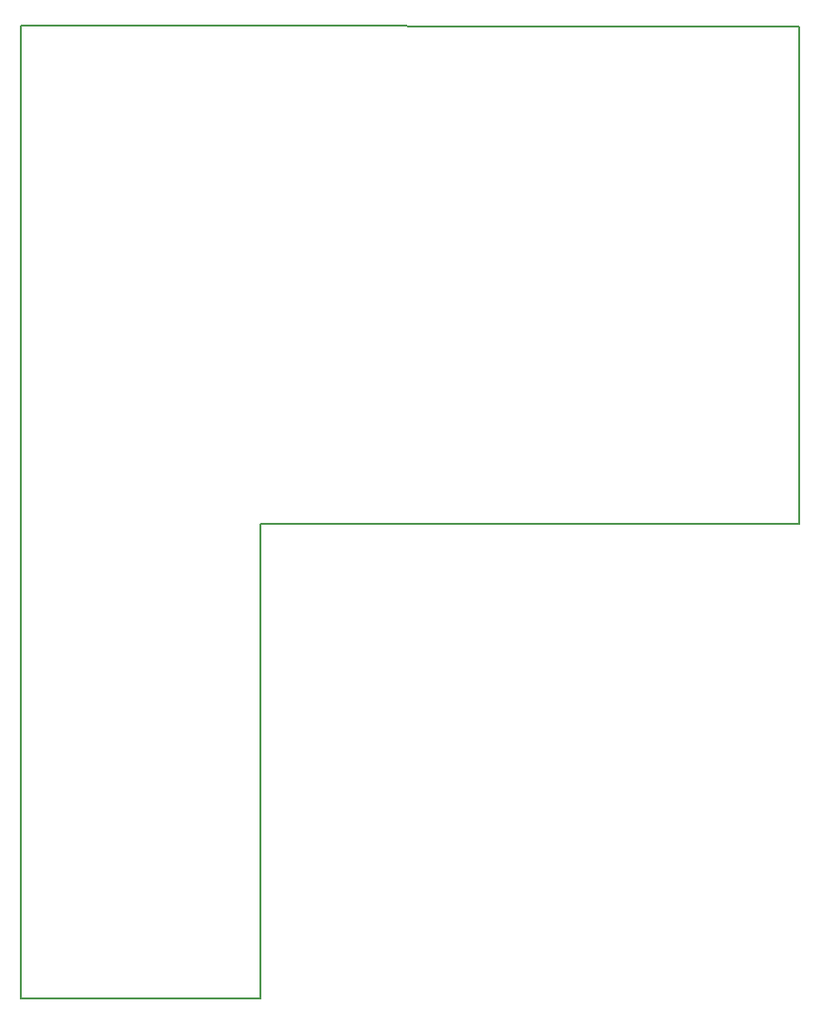
<source format=gm1>
G04 #@! TF.GenerationSoftware,KiCad,Pcbnew,(6.0.5)*
G04 #@! TF.CreationDate,2022-12-14T22:29:40+01:00*
G04 #@! TF.ProjectId,Link232-wifi,4c696e6b-3233-4322-9d77-6966692e6b69,rev?*
G04 #@! TF.SameCoordinates,Original*
G04 #@! TF.FileFunction,Profile,NP*
%FSLAX46Y46*%
G04 Gerber Fmt 4.6, Leading zero omitted, Abs format (unit mm)*
G04 Created by KiCad (PCBNEW (6.0.5)) date 2022-12-14 22:29:40*
%MOMM*%
%LPD*%
G01*
G04 APERTURE LIST*
G04 #@! TA.AperFunction,Profile*
%ADD10C,0.152400*%
G04 #@! TD*
G04 APERTURE END LIST*
D10*
X116251100Y-61503600D02*
X116251100Y-148503600D01*
X137751100Y-148503600D02*
X137751100Y-106045000D01*
X185928000Y-106013400D02*
X185928000Y-61595000D01*
X137751100Y-106045000D02*
X185928000Y-106013400D01*
X116251100Y-148503600D02*
X137751100Y-148503600D01*
X185928000Y-61595000D02*
X116251100Y-61503600D01*
M02*

</source>
